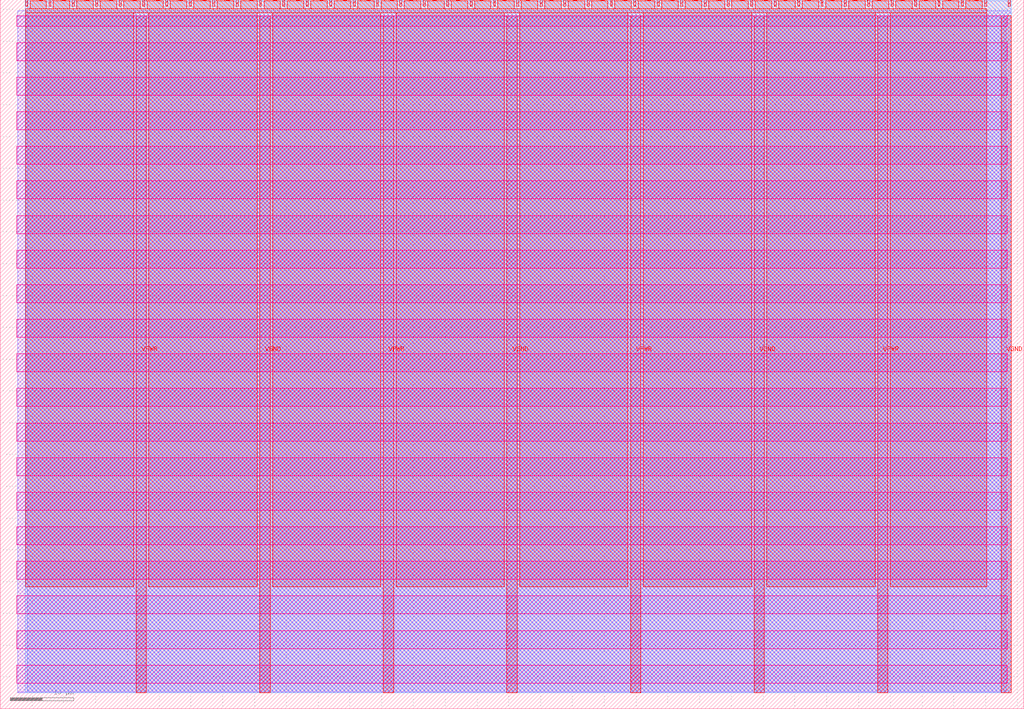
<source format=lef>
VERSION 5.7 ;
  NOWIREEXTENSIONATPIN ON ;
  DIVIDERCHAR "/" ;
  BUSBITCHARS "[]" ;
MACRO tt_um_iron_violet_simon
  CLASS BLOCK ;
  FOREIGN tt_um_iron_violet_simon ;
  ORIGIN 0.000 0.000 ;
  SIZE 161.000 BY 111.520 ;
  PIN VGND
    DIRECTION INOUT ;
    USE GROUND ;
    PORT
      LAYER met4 ;
        RECT 40.830 2.480 42.430 109.040 ;
    END
    PORT
      LAYER met4 ;
        RECT 79.700 2.480 81.300 109.040 ;
    END
    PORT
      LAYER met4 ;
        RECT 118.570 2.480 120.170 109.040 ;
    END
    PORT
      LAYER met4 ;
        RECT 157.440 2.480 159.040 109.040 ;
    END
  END VGND
  PIN VPWR
    DIRECTION INOUT ;
    USE POWER ;
    PORT
      LAYER met4 ;
        RECT 21.395 2.480 22.995 109.040 ;
    END
    PORT
      LAYER met4 ;
        RECT 60.265 2.480 61.865 109.040 ;
    END
    PORT
      LAYER met4 ;
        RECT 99.135 2.480 100.735 109.040 ;
    END
    PORT
      LAYER met4 ;
        RECT 138.005 2.480 139.605 109.040 ;
    END
  END VPWR
  PIN clk
    DIRECTION INPUT ;
    USE SIGNAL ;
    ANTENNAGATEAREA 0.852000 ;
    PORT
      LAYER met4 ;
        RECT 154.870 110.520 155.170 111.520 ;
    END
  END clk
  PIN ena
    DIRECTION INPUT ;
    USE SIGNAL ;
    PORT
      LAYER met4 ;
        RECT 158.550 110.520 158.850 111.520 ;
    END
  END ena
  PIN rst_n
    DIRECTION INPUT ;
    USE SIGNAL ;
    ANTENNAGATEAREA 0.213000 ;
    PORT
      LAYER met4 ;
        RECT 151.190 110.520 151.490 111.520 ;
    END
  END rst_n
  PIN ui_in[0]
    DIRECTION INPUT ;
    USE SIGNAL ;
    ANTENNAGATEAREA 0.196500 ;
    PORT
      LAYER met4 ;
        RECT 147.510 110.520 147.810 111.520 ;
    END
  END ui_in[0]
  PIN ui_in[1]
    DIRECTION INPUT ;
    USE SIGNAL ;
    ANTENNAGATEAREA 0.196500 ;
    PORT
      LAYER met4 ;
        RECT 143.830 110.520 144.130 111.520 ;
    END
  END ui_in[1]
  PIN ui_in[2]
    DIRECTION INPUT ;
    USE SIGNAL ;
    ANTENNAGATEAREA 0.196500 ;
    PORT
      LAYER met4 ;
        RECT 140.150 110.520 140.450 111.520 ;
    END
  END ui_in[2]
  PIN ui_in[3]
    DIRECTION INPUT ;
    USE SIGNAL ;
    ANTENNAGATEAREA 0.196500 ;
    PORT
      LAYER met4 ;
        RECT 136.470 110.520 136.770 111.520 ;
    END
  END ui_in[3]
  PIN ui_in[4]
    DIRECTION INPUT ;
    USE SIGNAL ;
    PORT
      LAYER met4 ;
        RECT 132.790 110.520 133.090 111.520 ;
    END
  END ui_in[4]
  PIN ui_in[5]
    DIRECTION INPUT ;
    USE SIGNAL ;
    ANTENNAGATEAREA 0.196500 ;
    PORT
      LAYER met4 ;
        RECT 129.110 110.520 129.410 111.520 ;
    END
  END ui_in[5]
  PIN ui_in[6]
    DIRECTION INPUT ;
    USE SIGNAL ;
    PORT
      LAYER met4 ;
        RECT 125.430 110.520 125.730 111.520 ;
    END
  END ui_in[6]
  PIN ui_in[7]
    DIRECTION INPUT ;
    USE SIGNAL ;
    PORT
      LAYER met4 ;
        RECT 121.750 110.520 122.050 111.520 ;
    END
  END ui_in[7]
  PIN uio_in[0]
    DIRECTION INPUT ;
    USE SIGNAL ;
    PORT
      LAYER met4 ;
        RECT 118.070 110.520 118.370 111.520 ;
    END
  END uio_in[0]
  PIN uio_in[1]
    DIRECTION INPUT ;
    USE SIGNAL ;
    PORT
      LAYER met4 ;
        RECT 114.390 110.520 114.690 111.520 ;
    END
  END uio_in[1]
  PIN uio_in[2]
    DIRECTION INPUT ;
    USE SIGNAL ;
    PORT
      LAYER met4 ;
        RECT 110.710 110.520 111.010 111.520 ;
    END
  END uio_in[2]
  PIN uio_in[3]
    DIRECTION INPUT ;
    USE SIGNAL ;
    PORT
      LAYER met4 ;
        RECT 107.030 110.520 107.330 111.520 ;
    END
  END uio_in[3]
  PIN uio_in[4]
    DIRECTION INPUT ;
    USE SIGNAL ;
    PORT
      LAYER met4 ;
        RECT 103.350 110.520 103.650 111.520 ;
    END
  END uio_in[4]
  PIN uio_in[5]
    DIRECTION INPUT ;
    USE SIGNAL ;
    PORT
      LAYER met4 ;
        RECT 99.670 110.520 99.970 111.520 ;
    END
  END uio_in[5]
  PIN uio_in[6]
    DIRECTION INPUT ;
    USE SIGNAL ;
    PORT
      LAYER met4 ;
        RECT 95.990 110.520 96.290 111.520 ;
    END
  END uio_in[6]
  PIN uio_in[7]
    DIRECTION INPUT ;
    USE SIGNAL ;
    PORT
      LAYER met4 ;
        RECT 92.310 110.520 92.610 111.520 ;
    END
  END uio_in[7]
  PIN uio_oe[0]
    DIRECTION OUTPUT TRISTATE ;
    USE SIGNAL ;
    PORT
      LAYER met4 ;
        RECT 29.750 110.520 30.050 111.520 ;
    END
  END uio_oe[0]
  PIN uio_oe[1]
    DIRECTION OUTPUT TRISTATE ;
    USE SIGNAL ;
    PORT
      LAYER met4 ;
        RECT 26.070 110.520 26.370 111.520 ;
    END
  END uio_oe[1]
  PIN uio_oe[2]
    DIRECTION OUTPUT TRISTATE ;
    USE SIGNAL ;
    PORT
      LAYER met4 ;
        RECT 22.390 110.520 22.690 111.520 ;
    END
  END uio_oe[2]
  PIN uio_oe[3]
    DIRECTION OUTPUT TRISTATE ;
    USE SIGNAL ;
    PORT
      LAYER met4 ;
        RECT 18.710 110.520 19.010 111.520 ;
    END
  END uio_oe[3]
  PIN uio_oe[4]
    DIRECTION OUTPUT TRISTATE ;
    USE SIGNAL ;
    PORT
      LAYER met4 ;
        RECT 15.030 110.520 15.330 111.520 ;
    END
  END uio_oe[4]
  PIN uio_oe[5]
    DIRECTION OUTPUT TRISTATE ;
    USE SIGNAL ;
    PORT
      LAYER met4 ;
        RECT 11.350 110.520 11.650 111.520 ;
    END
  END uio_oe[5]
  PIN uio_oe[6]
    DIRECTION OUTPUT TRISTATE ;
    USE SIGNAL ;
    PORT
      LAYER met4 ;
        RECT 7.670 110.520 7.970 111.520 ;
    END
  END uio_oe[6]
  PIN uio_oe[7]
    DIRECTION OUTPUT TRISTATE ;
    USE SIGNAL ;
    PORT
      LAYER met4 ;
        RECT 3.990 110.520 4.290 111.520 ;
    END
  END uio_oe[7]
  PIN uio_out[0]
    DIRECTION OUTPUT TRISTATE ;
    USE SIGNAL ;
    PORT
      LAYER met4 ;
        RECT 59.190 110.520 59.490 111.520 ;
    END
  END uio_out[0]
  PIN uio_out[1]
    DIRECTION OUTPUT TRISTATE ;
    USE SIGNAL ;
    PORT
      LAYER met4 ;
        RECT 55.510 110.520 55.810 111.520 ;
    END
  END uio_out[1]
  PIN uio_out[2]
    DIRECTION OUTPUT TRISTATE ;
    USE SIGNAL ;
    PORT
      LAYER met4 ;
        RECT 51.830 110.520 52.130 111.520 ;
    END
  END uio_out[2]
  PIN uio_out[3]
    DIRECTION OUTPUT TRISTATE ;
    USE SIGNAL ;
    PORT
      LAYER met4 ;
        RECT 48.150 110.520 48.450 111.520 ;
    END
  END uio_out[3]
  PIN uio_out[4]
    DIRECTION OUTPUT TRISTATE ;
    USE SIGNAL ;
    PORT
      LAYER met4 ;
        RECT 44.470 110.520 44.770 111.520 ;
    END
  END uio_out[4]
  PIN uio_out[5]
    DIRECTION OUTPUT TRISTATE ;
    USE SIGNAL ;
    PORT
      LAYER met4 ;
        RECT 40.790 110.520 41.090 111.520 ;
    END
  END uio_out[5]
  PIN uio_out[6]
    DIRECTION OUTPUT TRISTATE ;
    USE SIGNAL ;
    PORT
      LAYER met4 ;
        RECT 37.110 110.520 37.410 111.520 ;
    END
  END uio_out[6]
  PIN uio_out[7]
    DIRECTION OUTPUT TRISTATE ;
    USE SIGNAL ;
    PORT
      LAYER met4 ;
        RECT 33.430 110.520 33.730 111.520 ;
    END
  END uio_out[7]
  PIN uo_out[0]
    DIRECTION OUTPUT TRISTATE ;
    USE SIGNAL ;
    ANTENNADIFFAREA 1.593000 ;
    PORT
      LAYER met4 ;
        RECT 88.630 110.520 88.930 111.520 ;
    END
  END uo_out[0]
  PIN uo_out[1]
    DIRECTION OUTPUT TRISTATE ;
    USE SIGNAL ;
    ANTENNADIFFAREA 0.445500 ;
    PORT
      LAYER met4 ;
        RECT 84.950 110.520 85.250 111.520 ;
    END
  END uo_out[1]
  PIN uo_out[2]
    DIRECTION OUTPUT TRISTATE ;
    USE SIGNAL ;
    ANTENNADIFFAREA 0.795200 ;
    PORT
      LAYER met4 ;
        RECT 81.270 110.520 81.570 111.520 ;
    END
  END uo_out[2]
  PIN uo_out[3]
    DIRECTION OUTPUT TRISTATE ;
    USE SIGNAL ;
    ANTENNADIFFAREA 0.795200 ;
    PORT
      LAYER met4 ;
        RECT 77.590 110.520 77.890 111.520 ;
    END
  END uo_out[3]
  PIN uo_out[4]
    DIRECTION OUTPUT TRISTATE ;
    USE SIGNAL ;
    PORT
      LAYER met4 ;
        RECT 73.910 110.520 74.210 111.520 ;
    END
  END uo_out[4]
  PIN uo_out[5]
    DIRECTION OUTPUT TRISTATE ;
    USE SIGNAL ;
    PORT
      LAYER met4 ;
        RECT 70.230 110.520 70.530 111.520 ;
    END
  END uo_out[5]
  PIN uo_out[6]
    DIRECTION OUTPUT TRISTATE ;
    USE SIGNAL ;
    PORT
      LAYER met4 ;
        RECT 66.550 110.520 66.850 111.520 ;
    END
  END uo_out[6]
  PIN uo_out[7]
    DIRECTION OUTPUT TRISTATE ;
    USE SIGNAL ;
    PORT
      LAYER met4 ;
        RECT 62.870 110.520 63.170 111.520 ;
    END
  END uo_out[7]
  OBS
      LAYER nwell ;
        RECT 2.570 107.385 158.430 108.990 ;
        RECT 2.570 101.945 158.430 104.775 ;
        RECT 2.570 96.505 158.430 99.335 ;
        RECT 2.570 91.065 158.430 93.895 ;
        RECT 2.570 85.625 158.430 88.455 ;
        RECT 2.570 80.185 158.430 83.015 ;
        RECT 2.570 74.745 158.430 77.575 ;
        RECT 2.570 69.305 158.430 72.135 ;
        RECT 2.570 63.865 158.430 66.695 ;
        RECT 2.570 58.425 158.430 61.255 ;
        RECT 2.570 52.985 158.430 55.815 ;
        RECT 2.570 47.545 158.430 50.375 ;
        RECT 2.570 42.105 158.430 44.935 ;
        RECT 2.570 36.665 158.430 39.495 ;
        RECT 2.570 31.225 158.430 34.055 ;
        RECT 2.570 25.785 158.430 28.615 ;
        RECT 2.570 20.345 158.430 23.175 ;
        RECT 2.570 14.905 158.430 17.735 ;
        RECT 2.570 9.465 158.430 12.295 ;
        RECT 2.570 4.025 158.430 6.855 ;
      LAYER li1 ;
        RECT 2.760 2.635 158.240 108.885 ;
      LAYER met1 ;
        RECT 2.760 2.480 159.040 109.780 ;
      LAYER met2 ;
        RECT 4.230 2.535 159.010 111.365 ;
      LAYER met3 ;
        RECT 3.950 2.555 159.030 111.345 ;
      LAYER met4 ;
        RECT 4.690 110.120 7.270 111.345 ;
        RECT 8.370 110.120 10.950 111.345 ;
        RECT 12.050 110.120 14.630 111.345 ;
        RECT 15.730 110.120 18.310 111.345 ;
        RECT 19.410 110.120 21.990 111.345 ;
        RECT 23.090 110.120 25.670 111.345 ;
        RECT 26.770 110.120 29.350 111.345 ;
        RECT 30.450 110.120 33.030 111.345 ;
        RECT 34.130 110.120 36.710 111.345 ;
        RECT 37.810 110.120 40.390 111.345 ;
        RECT 41.490 110.120 44.070 111.345 ;
        RECT 45.170 110.120 47.750 111.345 ;
        RECT 48.850 110.120 51.430 111.345 ;
        RECT 52.530 110.120 55.110 111.345 ;
        RECT 56.210 110.120 58.790 111.345 ;
        RECT 59.890 110.120 62.470 111.345 ;
        RECT 63.570 110.120 66.150 111.345 ;
        RECT 67.250 110.120 69.830 111.345 ;
        RECT 70.930 110.120 73.510 111.345 ;
        RECT 74.610 110.120 77.190 111.345 ;
        RECT 78.290 110.120 80.870 111.345 ;
        RECT 81.970 110.120 84.550 111.345 ;
        RECT 85.650 110.120 88.230 111.345 ;
        RECT 89.330 110.120 91.910 111.345 ;
        RECT 93.010 110.120 95.590 111.345 ;
        RECT 96.690 110.120 99.270 111.345 ;
        RECT 100.370 110.120 102.950 111.345 ;
        RECT 104.050 110.120 106.630 111.345 ;
        RECT 107.730 110.120 110.310 111.345 ;
        RECT 111.410 110.120 113.990 111.345 ;
        RECT 115.090 110.120 117.670 111.345 ;
        RECT 118.770 110.120 121.350 111.345 ;
        RECT 122.450 110.120 125.030 111.345 ;
        RECT 126.130 110.120 128.710 111.345 ;
        RECT 129.810 110.120 132.390 111.345 ;
        RECT 133.490 110.120 136.070 111.345 ;
        RECT 137.170 110.120 139.750 111.345 ;
        RECT 140.850 110.120 143.430 111.345 ;
        RECT 144.530 110.120 147.110 111.345 ;
        RECT 148.210 110.120 150.790 111.345 ;
        RECT 151.890 110.120 154.470 111.345 ;
        RECT 3.975 109.440 155.185 110.120 ;
        RECT 3.975 19.215 20.995 109.440 ;
        RECT 23.395 19.215 40.430 109.440 ;
        RECT 42.830 19.215 59.865 109.440 ;
        RECT 62.265 19.215 79.300 109.440 ;
        RECT 81.700 19.215 98.735 109.440 ;
        RECT 101.135 19.215 118.170 109.440 ;
        RECT 120.570 19.215 137.605 109.440 ;
        RECT 140.005 19.215 155.185 109.440 ;
  END
END tt_um_iron_violet_simon
END LIBRARY


</source>
